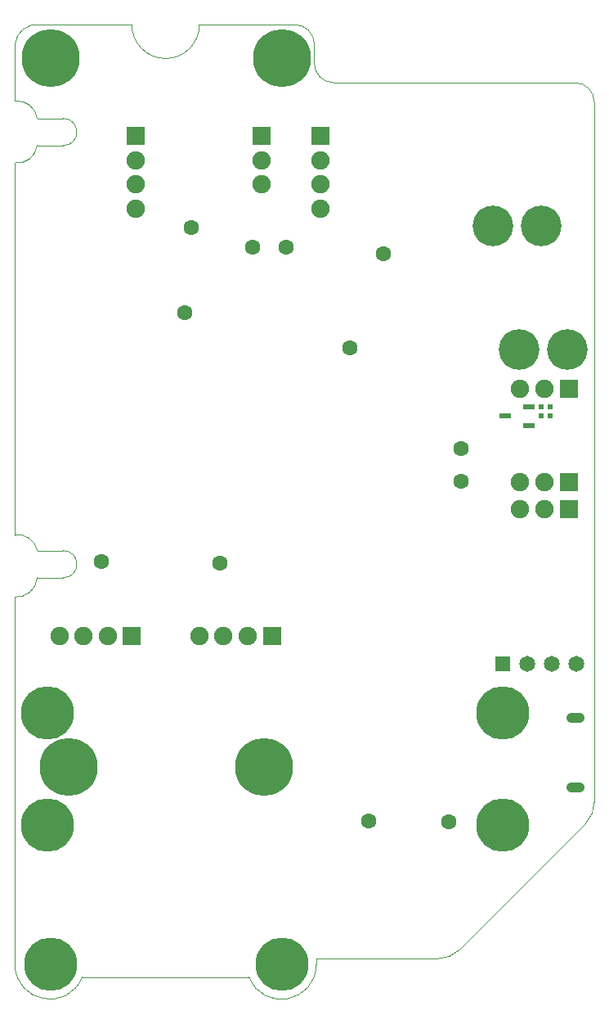
<source format=gbs>
G04 Layer_Color=16711935*
%FSLAX44Y44*%
%MOMM*%
G71*
G01*
G75*
%ADD12R,0.6000X0.5900*%
%ADD60C,0.1000*%
%ADD61O,1.9000X1.0500*%
%ADD62R,1.9000X1.9000*%
%ADD63C,1.9000*%
%ADD64R,1.6500X1.6500*%
%ADD65C,1.6500*%
%ADD66C,6.0000*%
%ADD67C,5.5000*%
%ADD69C,4.2000*%
%ADD70R,1.9000X1.9000*%
%ADD72C,1.6000*%
%ADD73R,1.2100X0.6000*%
D12*
X545000Y612550D02*
D03*
Y603450D02*
D03*
X554000Y612550D02*
D03*
Y603450D02*
D03*
D60*
X310000Y968000D02*
G03*
X330000Y948000I20000J0D01*
G01*
X310000Y988000D02*
G03*
X290000Y1008000I-20000J0D01*
G01*
X25000Y1007999D02*
G03*
X0Y988000I-2500J-22499D01*
G01*
X23000Y911000D02*
G03*
X-0Y929000I-20500J-2500D01*
G01*
Y865000D02*
G03*
X23000Y883000I2500J20500D01*
G01*
X23000Y464000D02*
G03*
X-0Y480000I-19500J-3500D01*
G01*
X0Y416000D02*
G03*
X23000Y436000I1500J21500D01*
G01*
X121000Y1008000D02*
G03*
X156000Y973000I35000J0D01*
G01*
D02*
G03*
X191000Y1008000I0J35000D01*
G01*
X-1Y36000D02*
G03*
X69600Y23000I36035J109D01*
G01*
X242399Y22999D02*
G03*
X312000Y36000I33587J12998D01*
G01*
X591213Y182213D02*
G03*
X600000Y203426I-21213J21213D01*
G01*
X438574Y42000D02*
G03*
X459787Y50787I0J30000D01*
G01*
X600000Y928000D02*
G03*
X580000Y948000I-20000J0D01*
G01*
X50000Y883000D02*
G03*
X50000Y911000I0J14000D01*
G01*
Y436000D02*
G03*
X50000Y464000I0J14000D01*
G01*
X310000Y968000D02*
Y988000D01*
X191000Y1008000D02*
X290000D01*
X0Y929000D02*
Y988000D01*
X25000Y1008000D02*
X121000D01*
X23000Y911000D02*
X50000D01*
X23000Y883000D02*
X50000D01*
X0Y480000D02*
Y865000D01*
X23000Y436000D02*
X50000D01*
X23000Y464000D02*
X50000D01*
X69600Y23000D02*
X242400D01*
X0Y36000D02*
Y416000D01*
X312000Y36000D02*
Y42000D01*
X600000Y203426D02*
Y928000D01*
X459787Y50787D02*
X591213Y182213D01*
X330000Y948000D02*
X580000D01*
X312000Y42000D02*
X438574D01*
D61*
X580200Y290750D02*
D03*
Y219250D02*
D03*
D62*
X573400Y631000D02*
D03*
Y507000D02*
D03*
Y535000D02*
D03*
X121000Y376000D02*
D03*
X266000D02*
D03*
D63*
X548000Y631000D02*
D03*
X522600D02*
D03*
Y507000D02*
D03*
X548000D02*
D03*
X522600Y535000D02*
D03*
X548000D02*
D03*
X255000Y868000D02*
D03*
Y843000D02*
D03*
X125000Y818000D02*
D03*
Y843000D02*
D03*
Y868000D02*
D03*
X46000Y376000D02*
D03*
X71000D02*
D03*
X96000D02*
D03*
X191000D02*
D03*
X216000D02*
D03*
X241000D02*
D03*
X316000Y818000D02*
D03*
Y843000D02*
D03*
Y868000D02*
D03*
D64*
X505100Y346500D02*
D03*
D65*
X530500D02*
D03*
X581300D02*
D03*
X555900D02*
D03*
D66*
X55750Y240000D02*
D03*
X257750D02*
D03*
X36750Y973000D02*
D03*
X276750D02*
D03*
D67*
X504750Y296000D02*
D03*
Y180000D02*
D03*
X276750Y36000D02*
D03*
X36750D02*
D03*
X33750Y180000D02*
D03*
Y296000D02*
D03*
D69*
X495000Y800000D02*
D03*
X545000D02*
D03*
X522000Y672000D02*
D03*
X572000D02*
D03*
D70*
X255000Y893000D02*
D03*
X125000D02*
D03*
X316000D02*
D03*
D72*
X462000Y535500D02*
D03*
Y569500D02*
D03*
X246500Y777500D02*
D03*
X281000D02*
D03*
X182500Y798000D02*
D03*
X89500Y452750D02*
D03*
X212500Y451250D02*
D03*
X346500Y674000D02*
D03*
X381500Y771000D02*
D03*
X176000Y710000D02*
D03*
X366450Y183950D02*
D03*
X449050Y183500D02*
D03*
D73*
X532550Y612500D02*
D03*
Y593500D02*
D03*
X507450Y603000D02*
D03*
M02*

</source>
